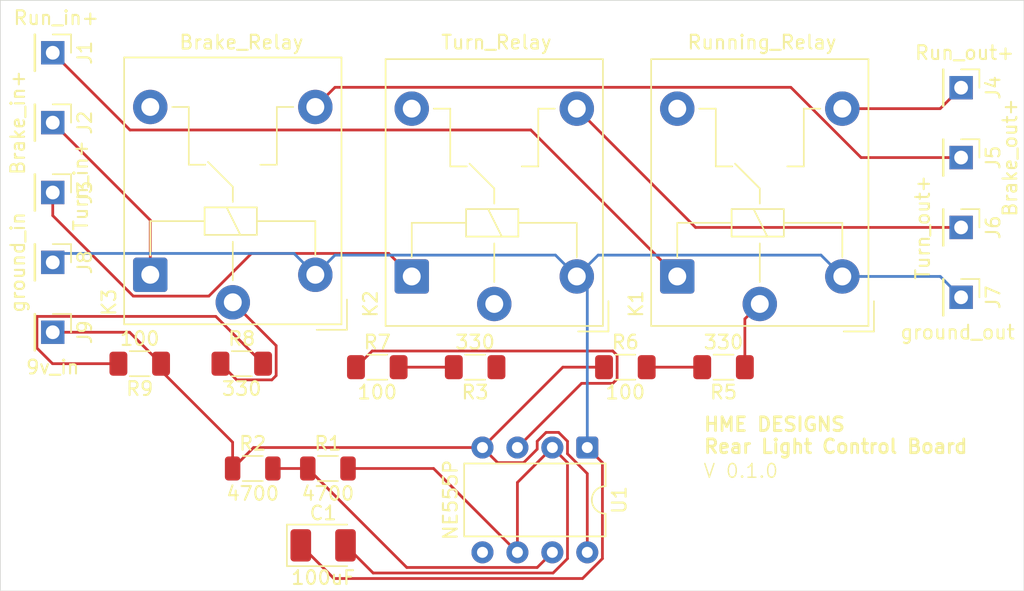
<source format=kicad_pcb>
(kicad_pcb (version 20241229) (generator "pcbnew") (generator_version "9.0")
  (title_block (title "Automotive Indicator Lights") (rev "0.0") (company "HME Engineering"))
  (layers (0 "F.Cu" signal) (2 "B.Cu" signal) (13 "F.Paste" user) (15 "B.Paste" user) (5 "F.SilkS" user "F.Silkscreen") (7 "B.SilkS" user "B.Silkscreen") (1 "F.Mask" user) (3 "B.Mask" user) (25 "Edge.Cuts" user))
  (net 0 "")
  (net 1 "GND")
  (net 2 "Net-(U1-THR)")
  (net 3 "Net-(J1-Pin_1)")
  (net 4 "Net-(J2-Pin_1)")
  (net 5 "Net-(J3-Pin_1)")
  (net 6 "Net-(J4-Pin_1)")
  (net 7 "Net-(J5-Pin_1)")
  (net 8 "Net-(J6-Pin_1)")
  (net 10 "Net-(K1-Pad11)")
  (net 12 "Net-(K2-Pad11)")
  (net 14 "Net-(K3-Pad11)")
  (net 15 "Net-(U1-DIS)")
  (net 16 "+9V")
  (net 17 "Net-(U1-Q)")
  (net 19 "Net-(R3-Pad2)")
  (net 20 "Net-(R5-Pad2)")
  (net 21 "Net-(R8-Pad2)")
  (footprint "Resistor_SMD:R_1206_3216Metric" (layer "F.Cu") (at 148.2745 92.456)
    (property "Reference" "R1" (at 0 -1.82 0) (layer "F.SilkS"))
    (property "Value" "4700" (at 0 1.82 0) (layer "F.SilkS"))
    (fp_line (start -0.727064 -0.91) (end 0.727064 -0.91) (stroke (width 0.12)) (layer "F.SilkS"))
    (fp_line (start -0.727064 0.91) (end 0.727064 0.91) (stroke (width 0.12)) (layer "F.SilkS"))
    (pad "1" smd roundrect (at -1.4625 0) (size 1.125 1.75) (layers "F.Cu" "F.Mask" "F.Paste") (roundrect_rratio 0.222222) (net 15 "Net-(U1-DIS)"))
    (pad "2" smd roundrect (at 1.4625 0) (size 1.125 1.75) (layers "F.Cu" "F.Mask" "F.Paste") (roundrect_rratio 0.222222) (net 2 "Net-(U1-THR)"))
  )
  (footprint "Connector_PinHeader_2.54mm:PinHeader_1x01_P2.54mm_Vertical" (layer "F.Cu") (at 128.27 72.39 -90)
    (property "Reference" "J3" (at 0 -2.33 90) (layer "F.SilkS"))
    (property "Value" "Turn_in+" (at -0.508 -2.032 90) (layer "F.SilkS"))
    (fp_line (start -1.33 1.33) (end 1.33 1.33) (stroke (width 0.12)) (layer "F.SilkS"))
    (fp_line (start -1.33 1.27) (end -1.33 1.33) (stroke (width 0.12)) (layer "F.SilkS"))
    (fp_line (start -1.33 1.27) (end 1.33 1.27) (stroke (width 0.12)) (layer "F.SilkS"))
    (fp_line (start 1.33 1.27) (end 1.33 1.33) (stroke (width 0.12)) (layer "F.SilkS"))
    (fp_line (start -1.33 0) (end -1.33 -1.33) (stroke (width 0.12)) (layer "F.SilkS"))
    (fp_line (start -1.33 -1.33) (end 0 -1.33) (stroke (width 0.12)) (layer "F.SilkS"))
    (pad "1" thru_hole rect (at 0 0 270) (size 1.7 1.7) (drill 1) (layers "*.Cu" "*.Mask") (net 5 "Net-(J3-Pin_1)"))
  )
  (footprint "Capacitor_Tantalum_SMD:CP_EIA-3528-12_Kemet-T_Pad1.50x2.35mm_HandSolder" (layer "F.Cu") (at 147.929 98.044)
    (property "Reference" "C1" (at 0 -2.35 0) (layer "F.SilkS"))
    (property "Value" "100uF" (at 0 2.35 0) (layer "F.SilkS"))
    (fp_line (start -2.635 -1.51) (end -2.635 1.51) (stroke (width 0.12)) (layer "F.SilkS"))
    (fp_line (start -2.635 1.51) (end 1.75 1.51) (stroke (width 0.12)) (layer "F.SilkS"))
    (fp_line (start 1.75 -1.51) (end -2.635 -1.51) (stroke (width 0.12)) (layer "F.SilkS"))
    (pad "1" smd roundrect (at -1.625 0) (size 1.5 2.35) (layers "F.Cu" "F.Mask" "F.Paste") (roundrect_rratio 0.166667) (net 1 "GND"))
    (pad "2" smd roundrect (at 1.625 0) (size 1.5 2.35) (layers "F.Cu" "F.Mask" "F.Paste") (roundrect_rratio 0.166667) (net 2 "Net-(U1-THR)"))
  )
  (footprint "Relay_THT:Relay_SPDT_Hongfa_JQC-3FF_0XX-1Z" (layer "F.Cu") (at 135.3605 78.3725 90)
    (property "Reference" "K3" (at -2 -3 90) (layer "F.SilkS"))
    (property "Value" "Brake_Relay" (at 16.9045 6.6255 180) (layer "F.SilkS"))
    (fp_line (start 15.8 -1.9) (end -3.6 -1.9) (stroke (width 0.12)) (layer "F.SilkS"))
    (fp_line (start -3.6 -1.9) (end -3.6 13.9) (stroke (width 0.12)) (layer "F.SilkS"))
    (fp_line (start 3.9 0) (end 1.4 0) (stroke (width 0.12)) (layer "F.SilkS"))
    (fp_line (start 12.2 1.6) (end 12.2 2.8) (stroke (width 0.12)) (layer "F.SilkS"))
    (fp_line (start 8 2.8) (end 12.2 2.8) (stroke (width 0.12)) (layer "F.SilkS"))
    (fp_line (start 8 2.8) (end 8 4) (stroke (width 0.12)) (layer "F.SilkS"))
    (fp_line (start 4.9 3.95) (end 2.9 3.95) (stroke (width 0.12)) (layer "F.SilkS"))
    (fp_line (start 3.9 3.95) (end 3.9 0) (stroke (width 0.12)) (layer "F.SilkS"))
    (fp_line (start 2.9 3.95) (end 2.9 7.75) (stroke (width 0.12)) (layer "F.SilkS"))
    (fp_line (start 4.9 5.55) (end 2.9 6.55) (stroke (width 0.12)) (layer "F.SilkS"))
    (fp_line (start 6.4 6) (end 8.2 4.2) (stroke (width 0.12)) (layer "F.SilkS"))
    (fp_line (start 6.4 6) (end 5.3 6) (stroke (width 0.12)) (layer "F.SilkS"))
    (fp_line (start -0.4 6) (end 2.4 6) (stroke (width 0.12)) (layer "F.SilkS"))
    (fp_line (start 4.9 7.75) (end 4.9 3.95) (stroke (width 0.12)) (layer "F.SilkS"))
    (fp_line (start 3.9 7.75) (end 3.9 12) (stroke (width 0.12)) (layer "F.SilkS"))
    (fp_line (start 2.9 7.75) (end 4.9 7.75) (stroke (width 0.12)) (layer "F.SilkS"))
    (fp_line (start 12.2 9.2) (end 8 9.2) (stroke (width 0.12)) (layer "F.SilkS"))
    (fp_line (start 8 9.2) (end 8 8) (stroke (width 0.12)) (layer "F.SilkS"))
    (fp_line (start 12.2 10.4) (end 12.2 9.2) (stroke (width 0.12)) (layer "F.SilkS"))
    (fp_line (start 3.9 12) (end 1.4 12) (stroke (width 0.12)) (layer "F.SilkS"))
    (fp_line (start -4 12.1) (end -4 14.3) (stroke (width 0.12)) (layer "F.SilkS"))
    (fp_line (start 15.8 13.9) (end 15.8 -1.9) (stroke (width 0.12)) (layer "F.SilkS"))
    (fp_line (start -3.6 13.9) (end 15.8 13.9) (stroke (width 0.12)) (layer "F.SilkS"))
    (fp_line (start -4 14.3) (end -1.8 14.3) (stroke (width 0.12)) (layer "F.SilkS"))
    (pad "11" thru_hole circle (at -2 6 90) (size 2.5 2.5) (drill 1.3) (layers "*.Cu" "*.Mask") (net 14 "Net-(K3-Pad11)"))
    (pad "12" thru_hole circle (at 12.2 0 90) (size 2.5 2.5) (drill 1.3) (layers "*.Cu" "*.Mask"))
    (pad "14" thru_hole circle (at 12.2 12 90) (size 2.5 2.5) (drill 1.3) (layers "*.Cu" "*.Mask") (net 7 "Net-(J5-Pin_1)"))
    (pad "A1" thru_hole roundrect (at 0 0 90) (size 2.5 2.5) (drill 1.3) (layers "*.Cu" "*.Mask") (roundrect_rratio 0.1) (net 4 "Net-(J2-Pin_1)"))
    (pad "A2" thru_hole circle (at 0 12 90) (size 2.5 2.5) (drill 1.3) (layers "*.Cu" "*.Mask") (net 1 "GND"))
  )
  (footprint "Connector_PinHeader_2.54mm:PinHeader_1x01_P2.54mm_Vertical" (layer "F.Cu") (at 194.31 74.93 -90)
    (property "Reference" "J6" (at 0 -2.33 90) (layer "F.SilkS"))
    (property "Value" "Turn_out+" (at 0 2.794 90) (layer "F.SilkS"))
    (fp_line (start -1.33 1.33) (end 1.33 1.33) (stroke (width 0.12)) (layer "F.SilkS"))
    (fp_line (start -1.33 1.27) (end -1.33 1.33) (stroke (width 0.12)) (layer "F.SilkS"))
    (fp_line (start -1.33 1.27) (end 1.33 1.27) (stroke (width 0.12)) (layer "F.SilkS"))
    (fp_line (start 1.33 1.27) (end 1.33 1.33) (stroke (width 0.12)) (layer "F.SilkS"))
    (fp_line (start -1.33 0) (end -1.33 -1.33) (stroke (width 0.12)) (layer "F.SilkS"))
    (fp_line (start -1.33 -1.33) (end 0 -1.33) (stroke (width 0.12)) (layer "F.SilkS"))
    (pad "1" thru_hole rect (at 0 0 270) (size 1.7 1.7) (drill 1) (layers "*.Cu" "*.Mask") (net 8 "Net-(J6-Pin_1)"))
  )
  (footprint "Resistor_SMD:R_1206_3216Metric" (layer "F.Cu") (at 142.8095 92.456)
    (property "Reference" "R2" (at 0 -1.82 0) (layer "F.SilkS"))
    (property "Value" "4700" (at 0 1.82 0) (layer "F.SilkS"))
    (fp_line (start -0.727064 -0.91) (end 0.727064 -0.91) (stroke (width 0.12)) (layer "F.SilkS"))
    (fp_line (start -0.727064 0.91) (end 0.727064 0.91) (stroke (width 0.12)) (layer "F.SilkS"))
    (pad "1" smd roundrect (at -1.4625 0) (size 1.125 1.75) (layers "F.Cu" "F.Mask" "F.Paste") (roundrect_rratio 0.222222) (net 16 "+9V"))
    (pad "2" smd roundrect (at 1.4625 0) (size 1.125 1.75) (layers "F.Cu" "F.Mask" "F.Paste") (roundrect_rratio 0.222222) (net 15 "Net-(U1-DIS)"))
  )
  (footprint "Resistor_SMD:R_1206_3216Metric_Pad1.30x1.75mm_HandSolder" (layer "F.Cu") (at 158.978 85.09 180)
    (property "Reference" "R3" (at 0 -1.82 0) (layer "F.SilkS"))
    (property "Value" "330" (at 0 1.82 0) (layer "F.SilkS"))
    (fp_line (start -0.727064 0.91) (end 0.727064 0.91) (stroke (width 0.12)) (layer "F.SilkS"))
    (fp_line (start -0.727064 -0.91) (end 0.727064 -0.91) (stroke (width 0.12)) (layer "F.SilkS"))
    (pad "1" smd roundrect (at -1.55 0 180) (size 1.3 1.75) (layers "F.Cu" "F.Mask" "F.Paste") (roundrect_rratio 0.192308) (net 12 "Net-(K2-Pad11)"))
    (pad "2" smd roundrect (at 1.55 0 180) (size 1.3 1.75) (layers "F.Cu" "F.Mask" "F.Paste") (roundrect_rratio 0.192308) (net 19 "Net-(R3-Pad2)"))
  )
  (footprint "Connector_PinHeader_2.54mm:PinHeader_1x01_P2.54mm_Vertical" (layer "F.Cu") (at 128.27 82.55 -90)
    (property "Reference" "J9" (at 0 -2.33 90) (layer "F.SilkS"))
    (property "Value" "9v_in" (at 2.54 0 180) (layer "F.SilkS"))
    (fp_line (start -1.33 1.33) (end 1.33 1.33) (stroke (width 0.12)) (layer "F.SilkS"))
    (fp_line (start -1.33 1.27) (end -1.33 1.33) (stroke (width 0.12)) (layer "F.SilkS"))
    (fp_line (start -1.33 1.27) (end 1.33 1.27) (stroke (width 0.12)) (layer "F.SilkS"))
    (fp_line (start 1.33 1.27) (end 1.33 1.33) (stroke (width 0.12)) (layer "F.SilkS"))
    (fp_line (start -1.33 0) (end -1.33 -1.33) (stroke (width 0.12)) (layer "F.SilkS"))
    (fp_line (start -1.33 -1.33) (end 0 -1.33) (stroke (width 0.12)) (layer "F.SilkS"))
    (pad "1" thru_hole rect (at 0 0 270) (size 1.7 1.7) (drill 1) (layers "*.Cu" "*.Mask") (net 16 "+9V"))
  )
  (footprint "Resistor_SMD:R_1206_3216Metric_Pad1.30x1.75mm_HandSolder" (layer "F.Cu") (at 134.594 84.836 180)
    (property "Reference" "R9" (at 0 -1.82 0) (layer "F.SilkS"))
    (property "Value" "100" (at 0 1.82 0) (layer "F.SilkS"))
    (fp_line (start -0.727064 0.91) (end 0.727064 0.91) (stroke (width 0.12)) (layer "F.SilkS"))
    (fp_line (start -0.727064 -0.91) (end 0.727064 -0.91) (stroke (width 0.12)) (layer "F.SilkS"))
    (pad "1" smd roundrect (at -1.55 0 180) (size 1.3 1.75) (layers "F.Cu" "F.Mask" "F.Paste") (roundrect_rratio 0.192308) (net 16 "+9V"))
    (pad "2" smd roundrect (at 1.55 0 180) (size 1.3 1.75) (layers "F.Cu" "F.Mask" "F.Paste") (roundrect_rratio 0.192308) (net 21 "Net-(R8-Pad2)"))
  )
  (footprint "Resistor_SMD:R_1206_3216Metric_Pad1.30x1.75mm_HandSolder" (layer "F.Cu") (at 169.9 85.09)
    (property "Reference" "R6" (at 0 -1.82 0) (layer "F.SilkS"))
    (property "Value" "100" (at 0 1.82 0) (layer "F.SilkS"))
    (fp_line (start -0.727064 -0.91) (end 0.727064 -0.91) (stroke (width 0.12)) (layer "F.SilkS"))
    (fp_line (start -0.727064 0.91) (end 0.727064 0.91) (stroke (width 0.12)) (layer "F.SilkS"))
    (pad "1" smd roundrect (at -1.55 0) (size 1.3 1.75) (layers "F.Cu" "F.Mask" "F.Paste") (roundrect_rratio 0.192308) (net 16 "+9V"))
    (pad "2" smd roundrect (at 1.55 0) (size 1.3 1.75) (layers "F.Cu" "F.Mask" "F.Paste") (roundrect_rratio 0.192308) (net 20 "Net-(R5-Pad2)"))
  )
  (footprint "Connector_PinHeader_2.54mm:PinHeader_1x01_P2.54mm_Vertical" (layer "F.Cu") (at 128.27 62.23 -90)
    (property "Reference" "J1" (at 0 -2.33 90) (layer "F.SilkS"))
    (property "Value" "Run_in+" (at -2.54 -0.254 180) (layer "F.SilkS"))
    (fp_line (start -1.33 1.33) (end 1.33 1.33) (stroke (width 0.12)) (layer "F.SilkS"))
    (fp_line (start -1.33 1.27) (end -1.33 1.33) (stroke (width 0.12)) (layer "F.SilkS"))
    (fp_line (start -1.33 1.27) (end 1.33 1.27) (stroke (width 0.12)) (layer "F.SilkS"))
    (fp_line (start 1.33 1.27) (end 1.33 1.33) (stroke (width 0.12)) (layer "F.SilkS"))
    (fp_line (start -1.33 0) (end -1.33 -1.33) (stroke (width 0.12)) (layer "F.SilkS"))
    (fp_line (start -1.33 -1.33) (end 0 -1.33) (stroke (width 0.12)) (layer "F.SilkS"))
    (pad "1" thru_hole rect (at 0 0 270) (size 1.7 1.7) (drill 1) (layers "*.Cu" "*.Mask") (net 3 "Net-(J1-Pin_1)"))
  )
  (footprint "Connector_PinHeader_2.54mm:PinHeader_1x01_P2.54mm_Vertical" (layer "F.Cu") (at 128.27 67.31 -90)
    (property "Reference" "J2" (at 0 -2.33 90) (layer "F.SilkS"))
    (property "Value" "Brake_in+" (at 0 2.54 90) (layer "F.SilkS"))
    (fp_line (start -1.33 1.33) (end 1.33 1.33) (stroke (width 0.12)) (layer "F.SilkS"))
    (fp_line (start -1.33 1.27) (end -1.33 1.33) (stroke (width 0.12)) (layer "F.SilkS"))
    (fp_line (start -1.33 1.27) (end 1.33 1.27) (stroke (width 0.12)) (layer "F.SilkS"))
    (fp_line (start 1.33 1.27) (end 1.33 1.33) (stroke (width 0.12)) (layer "F.SilkS"))
    (fp_line (start -1.33 0) (end -1.33 -1.33) (stroke (width 0.12)) (layer "F.SilkS"))
    (fp_line (start -1.33 -1.33) (end 0 -1.33) (stroke (width 0.12)) (layer "F.SilkS"))
    (pad "1" thru_hole rect (at 0 0 270) (size 1.7 1.7) (drill 1) (layers "*.Cu" "*.Mask") (net 4 "Net-(J2-Pin_1)"))
  )
  (footprint "Connector_PinHeader_2.54mm:PinHeader_1x01_P2.54mm_Vertical" (layer "F.Cu") (at 194.31 69.85 -90)
    (property "Reference" "J5" (at 0 -2.33 90) (layer "F.SilkS"))
    (property "Value" "Brake_out+" (at 0 -3.556 90) (layer "F.SilkS"))
    (fp_line (start -1.33 1.33) (end 1.33 1.33) (stroke (width 0.12)) (layer "F.SilkS"))
    (fp_line (start -1.33 1.27) (end -1.33 1.33) (stroke (width 0.12)) (layer "F.SilkS"))
    (fp_line (start -1.33 1.27) (end 1.33 1.27) (stroke (width 0.12)) (layer "F.SilkS"))
    (fp_line (start 1.33 1.27) (end 1.33 1.33) (stroke (width 0.12)) (layer "F.SilkS"))
    (fp_line (start -1.33 0) (end -1.33 -1.33) (stroke (width 0.12)) (layer "F.SilkS"))
    (fp_line (start -1.33 -1.33) (end 0 -1.33) (stroke (width 0.12)) (layer "F.SilkS"))
    (pad "1" thru_hole rect (at 0 0 270) (size 1.7 1.7) (drill 1) (layers "*.Cu" "*.Mask") (net 7 "Net-(J5-Pin_1)"))
  )
  (footprint "Relay_THT:Relay_SPDT_Hongfa_JQC-3FF_0XX-1Z" (layer "F.Cu") (at 173.674 78.494 90)
    (property "Reference" "K1" (at -2 -3 90) (layer "F.SilkS"))
    (property "Value" "Running_Relay" (at 17.026 6.158 180) (layer "F.SilkS"))
    (fp_line (start 15.8 -1.9) (end -3.6 -1.9) (stroke (width 0.12)) (layer "F.SilkS"))
    (fp_line (start -3.6 -1.9) (end -3.6 13.9) (stroke (width 0.12)) (layer "F.SilkS"))
    (fp_line (start 3.9 0) (end 1.4 0) (stroke (width 0.12)) (layer "F.SilkS"))
    (fp_line (start 12.2 1.6) (end 12.2 2.8) (stroke (width 0.12)) (layer "F.SilkS"))
    (fp_line (start 8 2.8) (end 12.2 2.8) (stroke (width 0.12)) (layer "F.SilkS"))
    (fp_line (start 8 2.8) (end 8 4) (stroke (width 0.12)) (layer "F.SilkS"))
    (fp_line (start 4.9 3.95) (end 2.9 3.95) (stroke (width 0.12)) (layer "F.SilkS"))
    (fp_line (start 3.9 3.95) (end 3.9 0) (stroke (width 0.12)) (layer "F.SilkS"))
    (fp_line (start 2.9 3.95) (end 2.9 7.75) (stroke (width 0.12)) (layer "F.SilkS"))
    (fp_line (start 4.9 5.55) (end 2.9 6.55) (stroke (width 0.12)) (layer "F.SilkS"))
    (fp_line (start 6.4 6) (end 8.2 4.2) (stroke (width 0.12)) (layer "F.SilkS"))
    (fp_line (start 6.4 6) (end 5.3 6) (stroke (width 0.12)) (layer "F.SilkS"))
    (fp_line (start -0.4 6) (end 2.4 6) (stroke (width 0.12)) (layer "F.SilkS"))
    (fp_line (start 4.9 7.75) (end 4.9 3.95) (stroke (width 0.12)) (layer "F.SilkS"))
    (fp_line (start 3.9 7.75) (end 3.9 12) (stroke (width 0.12)) (layer "F.SilkS"))
    (fp_line (start 2.9 7.75) (end 4.9 7.75) (stroke (width 0.12)) (layer "F.SilkS"))
    (fp_line (start 12.2 9.2) (end 8 9.2) (stroke (width 0.12)) (layer "F.SilkS"))
    (fp_line (start 8 9.2) (end 8 8) (stroke (width 0.12)) (layer "F.SilkS"))
    (fp_line (start 12.2 10.4) (end 12.2 9.2) (stroke (width 0.12)) (layer "F.SilkS"))
    (fp_line (start 3.9 12) (end 1.4 12) (stroke (width 0.12)) (layer "F.SilkS"))
    (fp_line (start -4 12.1) (end -4 14.3) (stroke (width 0.12)) (layer "F.SilkS"))
    (fp_line (start 15.8 13.9) (end 15.8 -1.9) (stroke (width 0.12)) (layer "F.SilkS"))
    (fp_line (start -3.6 13.9) (end 15.8 13.9) (stroke (width 0.12)) (layer "F.SilkS"))
    (fp_line (start -4 14.3) (end -1.8 14.3) (stroke (width 0.12)) (layer "F.SilkS"))
    (pad "11" thru_hole circle (at -2 6 90) (size 2.5 2.5) (drill 1.3) (layers "*.Cu" "*.Mask") (net 10 "Net-(K1-Pad11)"))
    (pad "12" thru_hole circle (at 12.2 0 90) (size 2.5 2.5) (drill 1.3) (layers "*.Cu" "*.Mask"))
    (pad "14" thru_hole circle (at 12.2 12 90) (size 2.5 2.5) (drill 1.3) (layers "*.Cu" "*.Mask") (net 6 "Net-(J4-Pin_1)"))
    (pad "A1" thru_hole roundrect (at 0 0 90) (size 2.5 2.5) (drill 1.3) (layers "*.Cu" "*.Mask") (roundrect_rratio 0.1) (net 3 "Net-(J1-Pin_1)"))
    (pad "A2" thru_hole circle (at 0 12 90) (size 2.5 2.5) (drill 1.3) (layers "*.Cu" "*.Mask") (net 1 "GND"))
  )
  (footprint "Resistor_SMD:R_1206_3216Metric_Pad1.30x1.75mm_HandSolder" (layer "F.Cu") (at 142.012 84.836)
    (property "Reference" "R8" (at 0 -1.82 0) (layer "F.SilkS"))
    (property "Value" "330" (at 0 1.82 0) (layer "F.SilkS"))
    (fp_line (start -0.727064 -0.91) (end 0.727064 -0.91) (stroke (width 0.12)) (layer "F.SilkS"))
    (fp_line (start -0.727064 0.91) (end 0.727064 0.91) (stroke (width 0.12)) (layer "F.SilkS"))
    (pad "1" smd roundrect (at -1.55 0) (size 1.3 1.75) (layers "F.Cu" "F.Mask" "F.Paste") (roundrect_rratio 0.192308) (net 14 "Net-(K3-Pad11)"))
    (pad "2" smd roundrect (at 1.55 0) (size 1.3 1.75) (layers "F.Cu" "F.Mask" "F.Paste") (roundrect_rratio 0.192308) (net 21 "Net-(R8-Pad2)"))
  )
  (footprint "Connector_PinHeader_2.54mm:PinHeader_1x01_P2.54mm_Vertical" (layer "F.Cu") (at 128.27 77.47 -90)
    (property "Reference" "J8" (at 0 -2.33 90) (layer "F.SilkS"))
    (property "Value" "ground_in" (at 0 2.54 90) (layer "F.SilkS"))
    (fp_line (start -1.33 1.33) (end 1.33 1.33) (stroke (width 0.12)) (layer "F.SilkS"))
    (fp_line (start -1.33 1.27) (end -1.33 1.33) (stroke (width 0.12)) (layer "F.SilkS"))
    (fp_line (start -1.33 1.27) (end 1.33 1.27) (stroke (width 0.12)) (layer "F.SilkS"))
    (fp_line (start 1.33 1.27) (end 1.33 1.33) (stroke (width 0.12)) (layer "F.SilkS"))
    (fp_line (start -1.33 0) (end -1.33 -1.33) (stroke (width 0.12)) (layer "F.SilkS"))
    (fp_line (start -1.33 -1.33) (end 0 -1.33) (stroke (width 0.12)) (layer "F.SilkS"))
    (pad "1" thru_hole rect (at 0 0 270) (size 1.7 1.7) (drill 1) (layers "*.Cu" "*.Mask") (net 1 "GND"))
  )
  (footprint "Connector_PinHeader_2.54mm:PinHeader_1x01_P2.54mm_Vertical" (layer "F.Cu") (at 194.31 80.01 -90)
    (property "Reference" "J7" (at 0 -2.33 90) (layer "F.SilkS"))
    (property "Value" "ground_out" (at 2.54 0.254 180) (layer "F.SilkS"))
    (fp_line (start -1.33 1.33) (end 1.33 1.33) (stroke (width 0.12)) (layer "F.SilkS"))
    (fp_line (start -1.33 1.27) (end -1.33 1.33) (stroke (width 0.12)) (layer "F.SilkS"))
    (fp_line (start -1.33 1.27) (end 1.33 1.27) (stroke (width 0.12)) (layer "F.SilkS"))
    (fp_line (start 1.33 1.27) (end 1.33 1.33) (stroke (width 0.12)) (layer "F.SilkS"))
    (fp_line (start -1.33 0) (end -1.33 -1.33) (stroke (width 0.12)) (layer "F.SilkS"))
    (fp_line (start -1.33 -1.33) (end 0 -1.33) (stroke (width 0.12)) (layer "F.SilkS"))
    (pad "1" thru_hole rect (at 0 0 270) (size 1.7 1.7) (drill 1) (layers "*.Cu" "*.Mask") (net 1 "GND"))
  )
  (footprint "Package_DIP:DIP-8_W7.62mm" (layer "F.Cu") (at 167.132 90.932 -90)
    (property "Reference" "U1" (at 3.81 -2.33 90) (layer "F.SilkS"))
    (property "Value" "NE555P" (at 3.81 9.95 90) (layer "F.SilkS"))
    (fp_line (start 1.16 8.95) (end 6.46 8.95) (stroke (width 0.12)) (layer "F.SilkS"))
    (fp_line (start 6.46 8.95) (end 6.46 -1.33) (stroke (width 0.12)) (layer "F.SilkS"))
    (fp_line (start 1.16 -1.33) (end 1.16 8.95) (stroke (width 0.12)) (layer "F.SilkS"))
    (fp_line (start 2.81 -1.33) (end 1.16 -1.33) (stroke (width 0.12)) (layer "F.SilkS"))
    (fp_line (start 6.46 -1.33) (end 4.81 -1.33) (stroke (width 0.12)) (layer "F.SilkS"))
    (fp_arc (start 4.81 -1.33) (mid 3.81 -0.33) (end 2.81 -1.33) (stroke (width 0.12)) (layer "F.SilkS"))
    (pad "1" thru_hole roundrect (at 0 0 270) (size 1.6 1.6) (drill 0.8) (layers "*.Cu" "*.Mask") (roundrect_rratio 0.15625) (net 1 "GND"))
    (pad "2" thru_hole circle (at 0 2.54 270) (size 1.6 1.6) (drill 0.8) (layers "*.Cu" "*.Mask") (net 2 "Net-(U1-THR)"))
    (pad "3" thru_hole circle (at 0 5.08 270) (size 1.6 1.6) (drill 0.8) (layers "*.Cu" "*.Mask") (net 17 "Net-(U1-Q)"))
    (pad "4" thru_hole circle (at 0 7.62 270) (size 1.6 1.6) (drill 0.8) (layers "*.Cu" "*.Mask") (net 16 "+9V"))
    (pad "5" thru_hole circle (at 7.62 7.62 270) (size 1.6 1.6) (drill 0.8) (layers "*.Cu" "*.Mask"))
    (pad "6" thru_hole circle (at 7.62 5.08 270) (size 1.6 1.6) (drill 0.8) (layers "*.Cu" "*.Mask") (net 2 "Net-(U1-THR)"))
    (pad "7" thru_hole circle (at 7.62 2.54 270) (size 1.6 1.6) (drill 0.8) (layers "*.Cu" "*.Mask") (net 15 "Net-(U1-DIS)"))
    (pad "8" thru_hole circle (at 7.62 0 270) (size 1.6 1.6) (drill 0.8) (layers "*.Cu" "*.Mask") (net 16 "+9V"))
  )
  (footprint "Connector_PinHeader_2.54mm:PinHeader_1x01_P2.54mm_Vertical" (layer "F.Cu") (at 194.31 64.77 -90)
    (property "Reference" "J4" (at 0 -2.33 90) (layer "F.SilkS"))
    (property "Value" "Run_out+" (at -2.54 -0.254 180) (layer "F.SilkS"))
    (fp_line (start -1.33 1.33) (end 1.33 1.33) (stroke (width 0.12)) (layer "F.SilkS"))
    (fp_line (start -1.33 1.27) (end -1.33 1.33) (stroke (width 0.12)) (layer "F.SilkS"))
    (fp_line (start -1.33 1.27) (end 1.33 1.27) (stroke (width 0.12)) (layer "F.SilkS"))
    (fp_line (start 1.33 1.27) (end 1.33 1.33) (stroke (width 0.12)) (layer "F.SilkS"))
    (fp_line (start -1.33 0) (end -1.33 -1.33) (stroke (width 0.12)) (layer "F.SilkS"))
    (fp_line (start -1.33 -1.33) (end 0 -1.33) (stroke (width 0.12)) (layer "F.SilkS"))
    (pad "1" thru_hole rect (at 0 0 270) (size 1.7 1.7) (drill 1) (layers "*.Cu" "*.Mask") (net 6 "Net-(J4-Pin_1)"))
  )
  (footprint "Resistor_SMD:R_1206_3216Metric_Pad1.30x1.75mm_HandSolder" (layer "F.Cu") (at 151.866 85.09)
    (property "Reference" "R7" (at 0 -1.82 0) (layer "F.SilkS"))
    (property "Value" "100" (at 0 1.82 0) (layer "F.SilkS"))
    (fp_line (start -0.727064 -0.91) (end 0.727064 -0.91) (stroke (width 0.12)) (layer "F.SilkS"))
    (fp_line (start -0.727064 0.91) (end 0.727064 0.91) (stroke (width 0.12)) (layer "F.SilkS"))
    (pad "1" smd roundrect (at -1.55 0) (size 1.3 1.75) (layers "F.Cu" "F.Mask" "F.Paste") (roundrect_rratio 0.192308) (net 17 "Net-(U1-Q)"))
    (pad "2" smd roundrect (at 1.55 0) (size 1.3 1.75) (layers "F.Cu" "F.Mask" "F.Paste") (roundrect_rratio 0.192308) (net 19 "Net-(R3-Pad2)"))
  )
  (footprint "Resistor_SMD:R_1206_3216Metric_Pad1.30x1.75mm_HandSolder" (layer "F.Cu") (at 177.038 85.09 180)
    (property "Reference" "R5" (at 0 -1.82 0) (layer "F.SilkS"))
    (property "Value" "330" (at 0 1.82 0) (layer "F.SilkS"))
    (fp_line (start -0.727064 0.91) (end 0.727064 0.91) (stroke (width 0.12)) (layer "F.SilkS"))
    (fp_line (start -0.727064 -0.91) (end 0.727064 -0.91) (stroke (width 0.12)) (layer "F.SilkS"))
    (pad "1" smd roundrect (at -1.55 0 180) (size 1.3 1.75) (layers "F.Cu" "F.Mask" "F.Paste") (roundrect_rratio 0.192308) (net 10 "Net-(K1-Pad11)"))
    (pad "2" smd roundrect (at 1.55 0 180) (size 1.3 1.75) (layers "F.Cu" "F.Mask" "F.Paste") (roundrect_rratio 0.192308) (net 20 "Net-(R5-Pad2)"))
  )
  (footprint "Relay_THT:Relay_SPDT_Hongfa_JQC-3FF_0XX-1Z" (layer "F.Cu") (at 154.37 78.494 90)
    (property "Reference" "K2" (at -2 -3 90) (layer "F.SilkS"))
    (property "Value" "Turn_Relay" (at 17.026 6.158 180) (layer "F.SilkS"))
    (fp_line (start 15.8 -1.9) (end -3.6 -1.9) (stroke (width 0.12)) (layer "F.SilkS"))
    (fp_line (start -3.6 -1.9) (end -3.6 13.9) (stroke (width 0.12)) (layer "F.SilkS"))
    (fp_line (start 3.9 0) (end 1.4 0) (stroke (width 0.12)) (layer "F.SilkS"))
    (fp_line (start 12.2 1.6) (end 12.2 2.8) (stroke (width 0.12)) (layer "F.SilkS"))
    (fp_line (start 8 2.8) (end 12.2 2.8) (stroke (width 0.12)) (layer "F.SilkS"))
    (fp_line (start 8 2.8) (end 8 4) (stroke (width 0.12)) (layer "F.SilkS"))
    (fp_line (start 4.9 3.95) (end 2.9 3.95) (stroke (width 0.12)) (layer "F.SilkS"))
    (fp_line (start 3.9 3.95) (end 3.9 0) (stroke (width 0.12)) (layer "F.SilkS"))
    (fp_line (start 2.9 3.95) (end 2.9 7.75) (stroke (width 0.12)) (layer "F.SilkS"))
    (fp_line (start 4.9 5.55) (end 2.9 6.55) (stroke (width 0.12)) (layer "F.SilkS"))
    (fp_line (start 6.4 6) (end 8.2 4.2) (stroke (width 0.12)) (layer "F.SilkS"))
    (fp_line (start 6.4 6) (end 5.3 6) (stroke (width 0.12)) (layer "F.SilkS"))
    (fp_line (start -0.4 6) (end 2.4 6) (stroke (width 0.12)) (layer "F.SilkS"))
    (fp_line (start 4.9 7.75) (end 4.9 3.95) (stroke (width 0.12)) (layer "F.SilkS"))
    (fp_line (start 3.9 7.75) (end 3.9 12) (stroke (width 0.12)) (layer "F.SilkS"))
    (fp_line (start 2.9 7.75) (end 4.9 7.75) (stroke (width 0.12)) (layer "F.SilkS"))
    (fp_line (start 12.2 9.2) (end 8 9.2) (stroke (width 0.12)) (layer "F.SilkS"))
    (fp_line (start 8 9.2) (end 8 8) (stroke (width 0.12)) (layer "F.SilkS"))
    (fp_line (start 12.2 10.4) (end 12.2 9.2) (stroke (width 0.12)) (layer "F.SilkS"))
    (fp_line (start 3.9 12) (end 1.4 12) (stroke (width 0.12)) (layer "F.SilkS"))
    (fp_line (start -4 12.1) (end -4 14.3) (stroke (width 0.12)) (layer "F.SilkS"))
    (fp_line (start 15.8 13.9) (end 15.8 -1.9) (stroke (width 0.12)) (layer "F.SilkS"))
    (fp_line (start -3.6 13.9) (end 15.8 13.9) (stroke (width 0.12)) (layer "F.SilkS"))
    (fp_line (start -4 14.3) (end -1.8 14.3) (stroke (width 0.12)) (layer "F.SilkS"))
    (pad "11" thru_hole circle (at -2 6 90) (size 2.5 2.5) (drill 1.3) (layers "*.Cu" "*.Mask") (net 12 "Net-(K2-Pad11)"))
    (pad "12" thru_hole circle (at 12.2 0 90) (size 2.5 2.5) (drill 1.3) (layers "*.Cu" "*.Mask"))
    (pad "14" thru_hole circle (at 12.2 12 90) (size 2.5 2.5) (drill 1.3) (layers "*.Cu" "*.Mask") (net 8 "Net-(J6-Pin_1)"))
    (pad "A1" thru_hole roundrect (at 0 0 90) (size 2.5 2.5) (drill 1.3) (layers "*.Cu" "*.Mask") (roundrect_rratio 0.1) (net 5 "Net-(J3-Pin_1)"))
    (pad "A2" thru_hole circle (at 0 12 90) (size 2.5 2.5) (drill 1.3) (layers "*.Cu" "*.Mask") (net 1 "GND"))
  )
  (gr_rect (start 124.46 58.42) (end 198.882 101.346) (stroke (width 0.05)) (fill no) (layer "Edge.Cuts"))
  (gr_text "HME DESIGNS\nRear Light Control Board" (at 175.514 91.44 0) (layer "F.SilkS") (effects (font (size 1 1) (thickness 0.2) (bold yes)) (justify left bottom)))
  (gr_text "V 0.1.0\n" (at 175.514 93.218 0) (layer "F.SilkS") (effects (font (size 1 1) (thickness 0.1)) (justify left bottom)))
  (segment (start 167.132 90.932) (end 168.233 92.033) (width 0.2) (layer "F.Cu") (net 1))
  (segment (start 148.715 100.455) (end 146.304 98.044) (width 0.2) (layer "F.Cu") (net 1))
  (segment (start 168.233 99.00805) (end 166.78605 100.455) (width 0.2) (layer "F.Cu") (net 1))
  (segment (start 168.233 92.033) (end 168.233 99.00805) (width 0.2) (layer "F.Cu") (net 1))
  (segment (start 166.78605 100.455) (end 148.715 100.455) (width 0.2) (layer "F.Cu") (net 1))
  (segment (start 192.794 78.494) (end 194.31 80.01) (width 0.2) (layer "B.Cu") (net 1))
  (segment (start 167.132 79.256) (end 166.37 78.494) (width 0.2) (layer "B.Cu") (net 1))
  (segment (start 185.674 78.494) (end 192.794 78.494) (width 0.2) (layer "B.Cu") (net 1))
  (segment (start 145.8095 76.8215) (end 147.3605 78.3725) (width 0.2) (layer "B.Cu") (net 1))
  (segment (start 167.921 76.943) (end 184.123 76.943) (width 0.2) (layer "B.Cu") (net 1))
  (segment (start 128.9185 76.8215) (end 145.8095 76.8215) (width 0.2) (layer "B.Cu") (net 1))
  (segment (start 147.3605 78.3725) (end 148.79 76.943) (width 0.2) (layer "B.Cu") (net 1))
  (segment (start 167.132 90.932) (end 167.132 79.256) (width 0.2) (layer "B.Cu") (net 1))
  (segment (start 148.79 76.943) (end 164.819 76.943) (width 0.2) (layer "B.Cu") (net 1))
  (segment (start 184.123 76.943) (end 185.674 78.494) (width 0.2) (layer "B.Cu") (net 1))
  (segment (start 128.27 77.47) (end 128.9185 76.8215) (width 0.2) (layer "B.Cu") (net 1))
  (segment (start 164.819 76.943) (end 166.37 78.494) (width 0.2) (layer "B.Cu") (net 1))
  (segment (start 166.37 78.494) (end 167.921 76.943) (width 0.2) (layer "B.Cu") (net 1))
  (segment (start 165.693 99.00805) (end 164.64705 100.054) (width 0.2) (layer "F.Cu") (net 2))
  (segment (start 165.693 92.033) (end 165.693 99.00805) (width 0.2) (layer "F.Cu") (net 2))
  (segment (start 155.956 92.456) (end 162.052 98.552) (width 0.2) (layer "F.Cu") (net 2))
  (segment (start 162.052 98.552) (end 162.052 93.472) (width 0.2) (layer "F.Cu") (net 2))
  (segment (start 164.64705 100.054) (end 151.564 100.054) (width 0.2) (layer "F.Cu") (net 2))
  (segment (start 162.052 93.472) (end 164.592 90.932) (width 0.2) (layer "F.Cu") (net 2))
  (segment (start 164.592 90.932) (end 165.693 92.033) (width 0.2) (layer "F.Cu") (net 2))
  (segment (start 151.564 100.054) (end 149.554 98.044) (width 0.2) (layer "F.Cu") (net 2))
  (segment (start 149.737 92.456) (end 155.956 92.456) (width 0.2) (layer "F.Cu") (net 2))
  (segment (start 133.885 67.845) (end 163.025 67.845) (width 0.2) (layer "F.Cu") (net 3))
  (segment (start 163.025 67.845) (end 173.674 78.494) (width 0.2) (layer "F.Cu") (net 3))
  (segment (start 128.27 62.23) (end 133.885 67.845) (width 0.2) (layer "F.Cu") (net 3))
  (segment (start 135.3605 74.4005) (end 135.3605 78.3725) (width 0.2) (layer "F.Cu") (net 4))
  (segment (start 128.27 67.31) (end 135.3605 74.4005) (width 0.2) (layer "F.Cu") (net 4))
  (segment (start 128.27 74.06816) (end 134.12534 79.9235) (width 0.2) (layer "F.Cu") (net 5))
  (segment (start 139.616054 79.9235) (end 142.718054 76.8215) (width 0.2) (layer "F.Cu") (net 5))
  (segment (start 134.12534 79.9235) (end 139.616054 79.9235) (width 0.2) (layer "F.Cu") (net 5))
  (segment (start 142.718054 76.8215) (end 152.6975 76.8215) (width 0.2) (layer "F.Cu") (net 5))
  (segment (start 128.27 72.39) (end 128.27 74.06816) (width 0.2) (layer "F.Cu") (net 5))
  (segment (start 152.6975 76.8215) (end 154.37 78.494) (width 0.2) (layer "F.Cu") (net 5))
  (segment (start 192.786 66.294) (end 194.31 64.77) (width 0.2) (layer "F.Cu") (net 6))
  (segment (start 185.674 66.294) (end 192.786 66.294) (width 0.2) (layer "F.Cu") (net 6))
  (segment (start 181.929554 64.743) (end 187.036554 69.85) (width 0.2) (layer "F.Cu") (net 7))
  (segment (start 187.036554 69.85) (end 194.31 69.85) (width 0.2) (layer "F.Cu") (net 7))
  (segment (start 148.79 64.743) (end 181.929554 64.743) (width 0.2) (layer "F.Cu") (net 7))
  (segment (start 147.3605 66.1725) (end 148.79 64.743) (width 0.2) (layer "F.Cu") (net 7))
  (segment (start 166.37 66.294) (end 175.006 74.93) (width 0.2) (layer "F.Cu") (net 8))
  (segment (start 175.006 74.93) (end 194.31 74.93) (width 0.2) (layer "F.Cu") (net 8))
  (segment (start 178.588 81.58) (end 179.674 80.494) (width 0.2) (layer "F.Cu") (net 10))
  (segment (start 178.588 85.09) (end 178.588 81.58) (width 0.2) (layer "F.Cu") (net 10))
  (segment (start 140.462 84.836) (end 141.638 86.012) (width 0.2) (layer "F.Cu") (net 14))
  (segment (start 144.19716 86.012) (end 144.513 85.69616) (width 0.2) (layer "F.Cu") (net 14))
  (segment (start 144.513 83.525) (end 141.3605 80.3725) (width 0.2) (layer "F.Cu") (net 14))
  (segment (start 141.638 86.012) (end 144.19716 86.012) (width 0.2) (layer "F.Cu") (net 14))
  (segment (start 144.513 85.69616) (end 144.513 83.525) (width 0.2) (layer "F.Cu") (net 14))
  (segment (start 163.491 99.653) (end 164.592 98.552) (width 0.2) (layer "F.Cu") (net 15))
  (segment (start 146.812 92.456) (end 144.272 92.456) (width 0.2) (layer "F.Cu") (net 15))
  (segment (start 146.812 92.456) (end 154.009 99.653) (width 0.2) (layer "F.Cu") (net 15))
  (segment (start 154.009 99.653) (end 163.491 99.653) (width 0.2) (layer "F.Cu") (net 15))
  (segment (start 167.132 92.82705) (end 165.693 91.38805) (width 0.2) (layer "F.Cu") (net 16))
  (segment (start 142.871 90.932) (end 159.512 90.932) (width 0.2) (layer "F.Cu") (net 16))
  (segment (start 141.347 90.547) (end 141.347 92.456) (width 0.2) (layer "F.Cu") (net 16))
  (segment (start 133.858 82.55) (end 136.144 84.836) (width 0.2) (layer "F.Cu") (net 16))
  (segment (start 159.512 90.932) (end 165.354 85.09) (width 0.2) (layer "F.Cu") (net 16))
  (segment (start 136.144 85.344) (end 141.347 90.547) (width 0.2) (layer "F.Cu") (net 16))
  (segment (start 165.354 85.09) (end 168.35 85.09) (width 0.2) (layer "F.Cu") (net 16))
  (segment (start 162.50805 92.033) (end 160.613 92.033) (width 0.2) (layer "F.Cu") (net 16))
  (segment (start 163.491 90.47595) (end 163.491 91.05005) (width 0.2) (layer "F.Cu") (net 16))
  (segment (start 136.144 84.836) (end 136.144 85.344) (width 0.2) (layer "F.Cu") (net 16))
  (segment (start 164.13595 89.831) (end 163.491 90.47595) (width 0.2) (layer "F.Cu") (net 16))
  (segment (start 141.347 92.456) (end 142.871 90.932) (width 0.2) (layer "F.Cu") (net 16))
  (segment (start 163.491 91.05005) (end 162.50805 92.033) (width 0.2) (layer "F.Cu") (net 16))
  (segment (start 165.693 91.38805) (end 165.693 90.47595) (width 0.2) (layer "F.Cu") (net 16))
  (segment (start 128.27 82.55) (end 133.858 82.55) (width 0.2) (layer "F.Cu") (net 16))
  (segment (start 160.613 92.033) (end 159.512 90.932) (width 0.2) (layer "F.Cu") (net 16))
  (segment (start 167.132 98.552) (end 167.132 92.82705) (width 0.2) (layer "F.Cu") (net 16))
  (segment (start 165.693 90.47595) (end 165.04805 89.831) (width 0.2) (layer "F.Cu") (net 16))
  (segment (start 165.04805 89.831) (end 164.13595 89.831) (width 0.2) (layer "F.Cu") (net 16))
  (segment (start 151.492 83.914) (end 150.316 85.09) (width 0.2) (layer "F.Cu") (net 17))
  (segment (start 166.718 86.266) (end 168.98516 86.266) (width 0.2) (layer "F.Cu") (net 17))
  (segment (start 169.301 85.95016) (end 169.301 84.22984) (width 0.2) (layer "F.Cu") (net 17))
  (segment (start 169.301 84.22984) (end 168.98516 83.914) (width 0.2) (layer "F.Cu") (net 17))
  (segment (start 162.052 90.932) (end 166.718 86.266) (width 0.2) (layer "F.Cu") (net 17))
  (segment (start 168.98516 83.914) (end 151.492 83.914) (width 0.2) (layer "F.Cu") (net 17))
  (segment (start 168.98516 86.266) (end 169.301 85.95016) (width 0.2) (layer "F.Cu") (net 17))
  (segment (start 153.416 85.09) (end 157.428 85.09) (width 0.2) (layer "F.Cu") (net 19))
  (segment (start 171.45 85.09) (end 175.488 85.09) (width 0.2) (layer "F.Cu") (net 20))
  (segment (start 140.125 81.399) (end 143.562 84.836) (width 0.2) (layer "F.Cu") (net 21))
  (segment (start 133.044 84.836) (end 128.254 84.836) (width 0.2) (layer "F.Cu") (net 21))
  (segment (start 127.119 83.701) (end 127.119 81.399) (width 0.2) (layer "F.Cu") (net 21))
  (segment (start 128.254 84.836) (end 127.119 83.701) (width 0.2) (layer "F.Cu") (net 21))
  (segment (start 127.119 81.399) (end 140.125 81.399) (width 0.2) (layer "F.Cu") (net 21))
)
</source>
